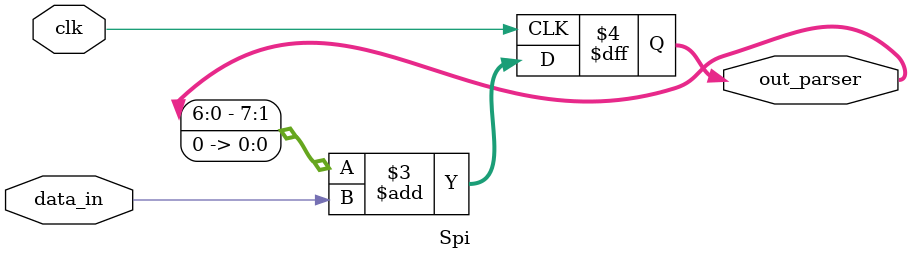
<source format=sv>
module Spi(
    input logic clk,
    input logic data_in,
    output logic [7:0] out_parser
);

    always_ff @(posedge clk)
        out_parser <= (out_parser << 1) + data_in;

endmodule

</source>
